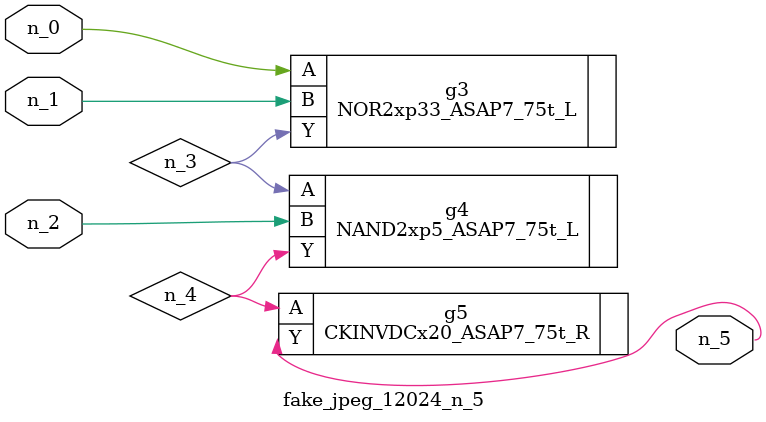
<source format=v>
module fake_jpeg_12024_n_5 (n_0, n_2, n_1, n_5);

input n_0;
input n_2;
input n_1;

output n_5;

wire n_3;
wire n_4;

NOR2xp33_ASAP7_75t_L g3 ( 
.A(n_0),
.B(n_1),
.Y(n_3)
);

NAND2xp5_ASAP7_75t_L g4 ( 
.A(n_3),
.B(n_2),
.Y(n_4)
);

CKINVDCx20_ASAP7_75t_R g5 ( 
.A(n_4),
.Y(n_5)
);


endmodule
</source>
